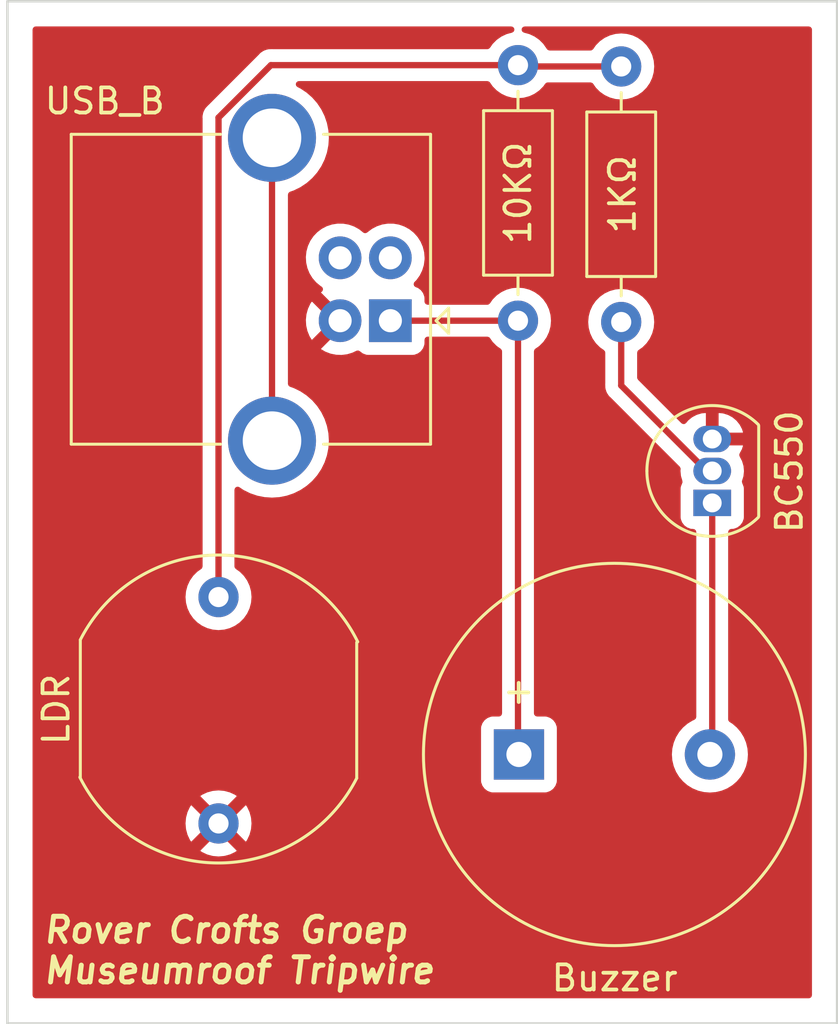
<source format=kicad_pcb>
(kicad_pcb (version 20211014) (generator pcbnew)
  (layers (0 "F.Cu" signal) (31 "B.Cu" signal) (34 "B.Paste" user) (35 "F.Paste" user) (36 "B.SilkS" user "B.Silkscreen") (37 "F.SilkS" user "F.Silkscreen") (38 "B.Mask" user) (39 "F.Mask" user) (44 "Edge.Cuts" user))
  (net 0 "")
  (net 1 "Net-(BZ1-Pad1)")
  (net 2 "Net-(BZ1-Pad2)")
  (net 3 "unconnected-(J1-Pad5)")
  (net 4 "Net-(Q1-Pad2)")
  (net 5 "Net-(J1-Pad4)")
  (net 8 "Net-(R1-Pad1)")
  (footprint "Resistor_THT:R_Axial_DIN0207_L6.3mm_D2.5mm_P10.16mm_Horizontal" (layer "F.Cu") (at 136.187734 81.332464 -90)
    (fp_text reference "R1")
    (fp_text value "1KΩ" (at 5.08 -0.051167 90) (layer "F.SilkS"))
    (fp_line (start 1.81 1.37) (end 8.35 1.37) (layer "F.SilkS") (width 0.12))
    (fp_line (start 8.35 1.37) (end 8.35 -1.37) (layer "F.SilkS") (width 0.12))
    (fp_line (start 8.35 -1.37) (end 1.81 -1.37) (layer "F.SilkS") (width 0.12))
    (fp_line (start 9.12 0) (end 8.35 0) (layer "F.SilkS") (width 0.12))
    (fp_line (start 1.81 -1.37) (end 1.81 1.37) (layer "F.SilkS") (width 0.12))
    (fp_line (start 1.04 0) (end 1.81 0) (layer "F.SilkS") (width 0.12))
    (pad "1" thru_hole circle (at 0 0 270) (size 1.6 1.6) (drill 0.8) (layers *.Cu *.Mask) (net 8 "Net-(R1-Pad1)"))
    (pad "2" thru_hole oval (at 10.16 0 270) (size 1.6 1.6) (drill 0.8) (layers *.Cu *.Mask) (net 4 "Net-(Q1-Pad2)"))
  )
  (footprint "Buzzer_Beeper:Buzzer_15x7.5RM7.6" (layer "F.Cu") (at 132.117441 108.685107)
    (fp_text reference "BZ1")
    (fp_text value "Buzzer" (at 3.81 8.89) (layer "F.SilkS"))
    (fp_text user "+" (at -0.01 -2.54) (layer "F.SilkS"))
    (fp_circle (center 3.8 0) (end 11.4 0) (layer "F.SilkS") (width 0.12) (fill none))
    (pad "1" thru_hole rect (at 0 0) (size 2 2) (drill 1) (layers *.Cu *.Mask) (net 1 "Net-(BZ1-Pad1)"))
    (pad "2" thru_hole circle (at 7.6 0) (size 2 2) (drill 1) (layers *.Cu *.Mask) (net 2 "Net-(BZ1-Pad2)"))
  )
  (footprint "OptoDevice:R_LDR_12x10.8mm_P9.0mm_Vertical" (layer "F.Cu") (at 120.161538 102.427163 -90)
    (fp_text reference "R3")
    (fp_text value "LDR" (at 4.46325 6.459802 -90) (layer "F.SilkS"))
    (fp_line (start 1.8 -5.5) (end 7.2 -5.5) (layer "F.SilkS") (width 0.12))
    (fp_line (start 7.2 5.5) (end 1.7 5.5) (layer "F.SilkS") (width 0.12))
    (fp_arc (start 1.7 5.5) (mid -1.671546 -0.044886) (end 1.780295 -5.540145) (layer "F.SilkS") (width 0.12))
    (fp_arc (start 7.2 -5.5) (mid 10.571669 0.022361) (end 7.160072 5.520145) (layer "F.SilkS") (width 0.12))
    (pad "1" thru_hole circle (at 0 0 270) (size 1.6 1.6) (drill 0.8) (layers *.Cu *.Mask) (net 8 "Net-(R1-Pad1)"))
    (pad "2" thru_hole circle (at 9 0 270) (size 1.6 1.6) (drill 0.8) (layers *.Cu *.Mask) (net 5 "Net-(J1-Pad4)"))
  )
  (footprint "Connector_USB:USB_B_OST_USB-B1HSxx_Horizontal" (layer "F.Cu") (at 127 91.44 180)
    (fp_text reference "J1")
    (fp_text value "USB_B" (at 11.364208 8.729693) (layer "F.SilkS"))
    (fp_line (start -1.6 7.41) (end 2.66 7.41) (layer "F.SilkS") (width 0.12))
    (fp_line (start 12.7 -4.91) (end 12.7 7.41) (layer "F.SilkS") (width 0.12))
    (fp_line (start -2.32 -0.5) (end -2.32 0.5) (layer "F.SilkS") (width 0.12))
    (fp_line (start -1.6 -4.91) (end -1.6 7.41) (layer "F.SilkS") (width 0.12))
    (fp_line (start -2.32 0.5) (end -1.82 0) (layer "F.SilkS") (width 0.12))
    (fp_line (start 12.7 7.41) (end 6.76 7.41) (layer "F.SilkS") (width 0.12))
    (fp_line (start 2.66 -4.91) (end -1.6 -4.91) (layer "F.SilkS") (width 0.12))
    (fp_line (start -1.82 0) (end -2.32 -0.5) (layer "F.SilkS") (width 0.12))
    (fp_line (start 6.76 -4.91) (end 12.7 -4.91) (layer "F.SilkS") (width 0.12))
    (pad "1" thru_hole rect (at 0 0 180) (size 1.7 1.7) (drill 0.92) (layers *.Cu *.Mask) (net 1 "Net-(BZ1-Pad1)"))
    (pad "2" thru_hole circle (at 0 2.5 180) (size 1.7 1.7) (drill 0.92) (layers *.Cu *.Mask))
    (pad "3" thru_hole circle (at 2 2.5 180) (size 1.7 1.7) (drill 0.92) (layers *.Cu *.Mask))
    (pad "4" thru_hole circle (at 2 0 180) (size 1.7 1.7) (drill 0.92) (layers *.Cu *.Mask) (net 5 "Net-(J1-Pad4)"))
    (pad "5" thru_hole circle (at 4.71 -4.77 180) (size 3.5 3.5) (drill 2.33) (layers *.Cu *.Mask) (net 3 "unconnected-(J1-Pad5)"))
    (pad "5" thru_hole circle (at 4.71 7.27 180) (size 3.5 3.5) (drill 2.33) (layers *.Cu *.Mask) (net 3 "unconnected-(J1-Pad5)"))
  )
  (footprint "Package_TO_SOT_THT:TO-92_Inline" (layer "F.Cu") (at 139.809742 98.684041 90)
    (fp_text reference "Q1")
    (fp_text value locked "BC550" (at 1.240044 3.072236 270) (layer "F.SilkS"))
    (fp_line (start -0.53 1.85) (end 3.07 1.85) (layer "F.SilkS") (width 0.12))
    (fp_arc (start 1.27 -2.6) (mid 3.672087 -0.994977) (end 3.108478 1.838478) (layer "F.SilkS") (width 0.12))
    (fp_arc (start -0.568478 1.838478) (mid -1.132087 -0.994977) (end 1.27 -2.6) (layer "F.SilkS") (width 0.12))
    (pad "1" thru_hole rect (at 0 0 90) (size 1.05 1.5) (drill 0.75) (layers *.Cu *.Mask) (net 2 "Net-(BZ1-Pad2)"))
    (pad "2" thru_hole oval (at 1.27 0 90) (size 1.05 1.5) (drill 0.75) (layers *.Cu *.Mask) (net 4 "Net-(Q1-Pad2)"))
    (pad "3" thru_hole oval (at 2.54 0 90) (size 1.05 1.5) (drill 0.75) (layers *.Cu *.Mask) (net 5 "Net-(J1-Pad4)"))
  )
  (footprint "Resistor_THT:R_Axial_DIN0207_L6.3mm_D2.5mm_P10.16mm_Horizontal" (layer "F.Cu") (at 132.08 91.44 90)
    (fp_text reference "R2")
    (fp_text value "10KΩ" (at 5.08 0 90) (layer "F.SilkS"))
    (fp_line (start 1.81 1.37) (end 8.35 1.37) (layer "F.SilkS") (width 0.12))
    (fp_line (start 9.12 0) (end 8.35 0) (layer "F.SilkS") (width 0.12))
    (fp_line (start 1.04 0) (end 1.81 0) (layer "F.SilkS") (width 0.12))
    (fp_line (start 1.81 -1.37) (end 1.81 1.37) (layer "F.SilkS") (width 0.12))
    (fp_line (start 8.35 1.37) (end 8.35 -1.37) (layer "F.SilkS") (width 0.12))
    (fp_line (start 8.35 -1.37) (end 1.81 -1.37) (layer "F.SilkS") (width 0.12))
    (pad "1" thru_hole circle (at 0 0 90) (size 1.6 1.6) (drill 0.8) (layers *.Cu *.Mask) (net 1 "Net-(BZ1-Pad1)"))
    (pad "2" thru_hole oval (at 10.16 0 90) (size 1.6 1.6) (drill 0.8) (layers *.Cu *.Mask) (net 8 "Net-(R1-Pad1)"))
  )
  (gr_rect (start 111.76 78.74) (end 144.78 119.38) (layer "Edge.Cuts") (width 0.1) (fill none))
  (gr_text "Rover Crofts Groep\nMuseumroof Tripwire" (at 113.110413 116.470641) (layer "F.SilkS") (effects (font (size 1 1) (thickness 0.2) italic) (justify left)))
  (segment (start 132.08 108.647666) (end 132.117441 108.685107) (width 0.25) (layer "F.Cu") (net 1))
  (segment (start 127 91.44) (end 132.08 91.44) (width 0.25) (layer "F.Cu") (net 1))
  (segment (start 132.08 91.44) (end 132.08 108.647666) (width 0.25) (layer "F.Cu") (net 1))
  (segment (start 139.809742 108.592806) (end 139.717441 108.685107) (width 0.25) (layer "F.Cu") (net 2))
  (segment (start 139.809742 98.684041) (end 139.809742 108.592806) (width 0.25) (layer "F.Cu") (net 2))
  (segment (start 122.29 84.17) (end 122.29 96.21) (width 0.25) (layer "F.Cu") (net 3))
  (segment (start 136.187734 94.017033) (end 139.584742 97.414041) (width 0.25) (layer "F.Cu") (net 4))
  (segment (start 139.584742 97.414041) (end 139.809742 97.414041) (width 0.25) (layer "F.Cu") (net 4))
  (segment (start 136.187734 91.492464) (end 136.187734 94.017033) (width 0.25) (layer "F.Cu") (net 4))
  (segment (start 139.809742 96.144041) (end 140.034742 96.144041) (width 0.25) (layer "F.Cu") (net 5))
  (segment (start 132.08 81.28) (end 122.246197 81.28) (width 0.25) (layer "F.Cu") (net 8))
  (segment (start 122.246197 81.28) (end 120.161538 83.364659) (width 0.25) (layer "F.Cu") (net 8))
  (segment (start 120.161538 83.364659) (end 120.161538 102.427163) (width 0.25) (layer "F.Cu") (net 8))
  (segment (start 132.132464 81.332464) (end 132.08 81.28) (width 0.25) (layer "F.Cu") (net 8))
  (segment (start 136.187734 81.332464) (end 132.132464 81.332464) (width 0.25) (layer "F.Cu") (net 8))
  (zone (net 5) (net_name "Net-(J1-Pad4)") (layer "F.Cu") (connect_pads (clearance 0.508)) (min_thickness 0.254) (fill yes (thermal_gap 0.508) (thermal_bridge_width 0.508))
    (polygon (pts (xy 144.78 119.38) (xy 111.76 119.38) (xy 111.76 78.74) (xy 144.78 78.74)))
  )
)
</source>
